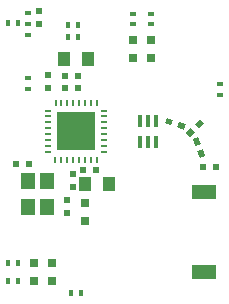
<source format=gbr>
%FSLAX46Y46*%
G04 Gerber Fmt 4.6, Leading zero omitted, Abs format (unit mm)*
G04 Created by KiCad (PCBNEW (2014-08-29 BZR 5106)-product) date Fri 17 Oct 2014 10:25:43 AM PDT*
%MOMM*%
G01*
G04 APERTURE LIST*
%ADD10C,0.100000*%
%ADD11R,0.400000X0.600000*%
%ADD12R,0.797560X0.797560*%
%ADD13R,2.100000X1.250000*%
%ADD14R,0.600000X0.500000*%
%ADD15R,0.600000X0.400000*%
%ADD16R,0.350000X1.000000*%
%ADD17R,0.500000X0.600000*%
%ADD18R,1.000000X1.250000*%
%ADD19R,0.750000X0.800000*%
%ADD20R,0.599440X0.248920*%
%ADD21R,0.248920X0.599440*%
%ADD22R,3.299460X3.299460*%
%ADD23R,1.150000X1.400000*%
G04 APERTURE END LIST*
D10*
D11*
X138118000Y-103251000D03*
X137218000Y-103251000D03*
D12*
X144270512Y-106071266D03*
X144270512Y-104572666D03*
D13*
X148717000Y-117402000D03*
X148717000Y-124152000D03*
D10*
G36*
X145419756Y-111577206D02*
X145590766Y-111107360D01*
X146154582Y-111312572D01*
X145983572Y-111782418D01*
X145419756Y-111577206D01*
X145419756Y-111577206D01*
G37*
G36*
X146453418Y-111953428D02*
X146624428Y-111483582D01*
X147188244Y-111688794D01*
X147017234Y-112158640D01*
X146453418Y-111953428D01*
X146453418Y-111953428D01*
G37*
G36*
X147530736Y-112791818D02*
X147177182Y-112438264D01*
X147601446Y-112014000D01*
X147955000Y-112367554D01*
X147530736Y-112791818D01*
X147530736Y-112791818D01*
G37*
G36*
X148308554Y-112014000D02*
X147955000Y-111660446D01*
X148379264Y-111236182D01*
X148732818Y-111589736D01*
X148308554Y-112014000D01*
X148308554Y-112014000D01*
G37*
D14*
X148675000Y-115316000D03*
X149775000Y-115316000D03*
D12*
X142746512Y-106071266D03*
X142746512Y-104572666D03*
X135877300Y-123444000D03*
X134378700Y-123444000D03*
X135877300Y-124968000D03*
X134378700Y-124968000D03*
D10*
G36*
X148861640Y-114378234D02*
X148391794Y-114549244D01*
X148186582Y-113985428D01*
X148656428Y-113814418D01*
X148861640Y-114378234D01*
X148861640Y-114378234D01*
G37*
G36*
X148485418Y-113344572D02*
X148015572Y-113515582D01*
X147810360Y-112951766D01*
X148280206Y-112780756D01*
X148485418Y-113344572D01*
X148485418Y-113344572D01*
G37*
D15*
X144270512Y-103231966D03*
X144270512Y-102331966D03*
X142746512Y-103231966D03*
X142746512Y-102331966D03*
D11*
X133038000Y-123444000D03*
X132138000Y-123444000D03*
X133038000Y-124968000D03*
X132138000Y-124968000D03*
D16*
X144668000Y-111368000D03*
X144018000Y-111368000D03*
X143368000Y-111368000D03*
X143368000Y-113168000D03*
X144018000Y-113168000D03*
X144668000Y-113168000D03*
D17*
X134747000Y-103166000D03*
X134747000Y-102066000D03*
D18*
X136922000Y-106172000D03*
X138922000Y-106172000D03*
D14*
X136991000Y-108585000D03*
X138091000Y-108585000D03*
D17*
X137160000Y-119168000D03*
X137160000Y-118068000D03*
D14*
X136991000Y-107569000D03*
X138091000Y-107569000D03*
D18*
X138700000Y-116713000D03*
X140700000Y-116713000D03*
D14*
X132800000Y-115062000D03*
X133900000Y-115062000D03*
X138515000Y-115570000D03*
X139615000Y-115570000D03*
D17*
X135509000Y-108627000D03*
X135509000Y-107527000D03*
X137668000Y-115909000D03*
X137668000Y-117009000D03*
D19*
X138684000Y-119876000D03*
X138684000Y-118376000D03*
D11*
X132138000Y-103124000D03*
X133038000Y-103124000D03*
D15*
X133858000Y-104082000D03*
X133858000Y-103182000D03*
X133858000Y-103193000D03*
X133858000Y-102293000D03*
D11*
X138118000Y-104267000D03*
X137218000Y-104267000D03*
D15*
X133858000Y-108654000D03*
X133858000Y-107754000D03*
D20*
X140319760Y-114015520D03*
X140319760Y-113515140D03*
X140319760Y-113014760D03*
X140319760Y-112514380D03*
X140319760Y-112016540D03*
X140319760Y-111516160D03*
X140319760Y-111015780D03*
X140319760Y-110515400D03*
D21*
X137673080Y-109865160D03*
X137175240Y-109865160D03*
X136674860Y-109865160D03*
X136174480Y-109865160D03*
D22*
X137922000Y-112268000D03*
D21*
X139672060Y-109865160D03*
X139171680Y-109865160D03*
X138671300Y-109865160D03*
X138173460Y-109865160D03*
D20*
X135524240Y-110520480D03*
X135521700Y-111020860D03*
X135521700Y-111518700D03*
X135521700Y-112019080D03*
X135521700Y-112519460D03*
X135521700Y-113019840D03*
X135521700Y-113520220D03*
X135521700Y-114020600D03*
D21*
X136171940Y-114668300D03*
X136672320Y-114668300D03*
X137172700Y-114668300D03*
X137670540Y-114668300D03*
X138170920Y-114668300D03*
X138671300Y-114668300D03*
X139171680Y-114668300D03*
X139672060Y-114668300D03*
D23*
X135420000Y-118702000D03*
X135420000Y-116502000D03*
X133820000Y-116502000D03*
X133820000Y-118702000D03*
D11*
X137472000Y-125984000D03*
X138372000Y-125984000D03*
D15*
X150114000Y-108262000D03*
X150114000Y-109162000D03*
M02*

</source>
